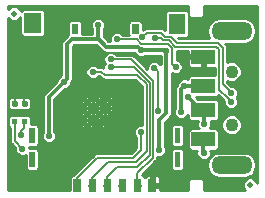
<source format=gbl>
G04 #@! TF.GenerationSoftware,KiCad,Pcbnew,(5.0.1)-4*
G04 #@! TF.CreationDate,2019-01-16T13:56:46+01:00*
G04 #@! TF.ProjectId,cryptostick,63727970746F737469636B2E6B696361,R1*
G04 #@! TF.SameCoordinates,PX791ddc0PY5e69114*
G04 #@! TF.FileFunction,Copper,L2,Bot,Signal*
G04 #@! TF.FilePolarity,Positive*
%FSLAX46Y46*%
G04 Gerber Fmt 4.6, Leading zero omitted, Abs format (unit mm)*
G04 Created by KiCad (PCBNEW (5.0.1)-4) date 16.01.2019 13:56:46*
%MOMM*%
%LPD*%
G01*
G04 APERTURE LIST*
G04 #@! TA.AperFunction,BGAPad,CuDef*
%ADD10C,0.500000*%
G04 #@! TD*
G04 #@! TA.AperFunction,ComponentPad*
%ADD11O,3.500120X1.501140*%
G04 #@! TD*
G04 #@! TA.AperFunction,SMDPad,CuDef*
%ADD12R,1.998980X1.198880*%
G04 #@! TD*
G04 #@! TA.AperFunction,ComponentPad*
%ADD13C,1.099820*%
G04 #@! TD*
G04 #@! TA.AperFunction,SMDPad,CuDef*
%ADD14C,0.650240*%
G04 #@! TD*
G04 #@! TA.AperFunction,Conductor*
%ADD15C,0.150000*%
G04 #@! TD*
G04 #@! TA.AperFunction,SMDPad,CuDef*
%ADD16C,0.449580*%
G04 #@! TD*
G04 #@! TA.AperFunction,SMDPad,CuDef*
%ADD17C,1.399540*%
G04 #@! TD*
G04 #@! TA.AperFunction,SMDPad,CuDef*
%ADD18C,0.541020*%
G04 #@! TD*
G04 #@! TA.AperFunction,ComponentPad*
%ADD19C,0.304800*%
G04 #@! TD*
G04 #@! TA.AperFunction,ViaPad*
%ADD20C,0.540000*%
G04 #@! TD*
G04 #@! TA.AperFunction,Conductor*
%ADD21C,0.300000*%
G04 #@! TD*
G04 #@! TA.AperFunction,Conductor*
%ADD22C,0.152400*%
G04 #@! TD*
G04 #@! TA.AperFunction,Conductor*
%ADD23C,0.127000*%
G04 #@! TD*
G04 #@! TA.AperFunction,Conductor*
%ADD24C,0.180000*%
G04 #@! TD*
G04 #@! TA.AperFunction,Conductor*
%ADD25C,0.200660*%
G04 #@! TD*
G04 #@! TA.AperFunction,Conductor*
%ADD26C,0.254000*%
G04 #@! TD*
G04 APERTURE END LIST*
D10*
G04 #@! TO.P,REF\002A\002A,~*
G04 #@! TO.N,N/C*
X-11440000Y7146500D03*
G04 #@! TD*
G04 #@! TO.P,REF\002A\002A,~*
G04 #@! TO.N,N/C*
X8560000Y-7353500D03*
G04 #@! TD*
D11*
G04 #@! TO.P,J2,5*
G04 #@! TO.N,N/C*
X6999600Y5683770D03*
G04 #@! TO.P,J2,6*
X6999600Y-5715750D03*
D12*
G04 #@! TO.P,J2,2*
G04 #@! TO.N,/D-_PLUG*
X4599020Y-1016750D03*
G04 #@! TO.P,J2,3*
G04 #@! TO.N,/D+_PLUG*
X4599020Y1000010D03*
G04 #@! TO.P,J2,1*
G04 #@! TO.N,/VBUS*
X4599020Y-3516110D03*
G04 #@! TO.P,J2,4*
G04 #@! TO.N,GND*
X4599020Y3484130D03*
D13*
G04 #@! TO.P,J2,7*
G04 #@! TO.N,N/C*
X6999600Y-2266430D03*
G04 #@! TO.P,J2,8*
X6999600Y2234450D03*
G04 #@! TD*
D14*
G04 #@! TO.P,J1,1*
G04 #@! TO.N,/SCVCC*
X-966320Y-7419500D03*
D15*
G04 #@! TD*
G04 #@! TO.N,/SCVCC*
G04 #@! TO.C,J1*
G36*
X-641200Y-7994810D02*
X-1291440Y-7994810D01*
X-1291440Y-6844190D01*
X-641200Y-6844190D01*
X-641200Y-7994810D01*
X-641200Y-7994810D01*
G37*
D14*
G04 #@! TO.P,J1,5*
G04 #@! TO.N,GND*
X283360Y-7419500D03*
D15*
G04 #@! TD*
G04 #@! TO.N,GND*
G04 #@! TO.C,J1*
G36*
X608480Y-7994810D02*
X-41760Y-7994810D01*
X-41760Y-6844190D01*
X608480Y-6844190D01*
X608480Y-7994810D01*
X608480Y-7994810D01*
G37*
D14*
G04 #@! TO.P,J1,6*
G04 #@! TO.N,N/C*
X-2241400Y-7419500D03*
D15*
G04 #@! TD*
G04 #@! TO.N,N/C*
G04 #@! TO.C,J1*
G36*
X-1916280Y-7994810D02*
X-2566520Y-7994810D01*
X-2566520Y-6844190D01*
X-1916280Y-6844190D01*
X-1916280Y-7994810D01*
X-1916280Y-7994810D01*
G37*
D14*
G04 #@! TO.P,J1,2*
G04 #@! TO.N,/SCRST*
X-3516480Y-7419500D03*
D15*
G04 #@! TD*
G04 #@! TO.N,/SCRST*
G04 #@! TO.C,J1*
G36*
X-3191360Y-7994810D02*
X-3841600Y-7994810D01*
X-3841600Y-6844190D01*
X-3191360Y-6844190D01*
X-3191360Y-7994810D01*
X-3191360Y-7994810D01*
G37*
D14*
G04 #@! TO.P,J1,7*
G04 #@! TO.N,/SCSDA*
X-4791560Y-7419500D03*
D15*
G04 #@! TD*
G04 #@! TO.N,/SCSDA*
G04 #@! TO.C,J1*
G36*
X-4466440Y-7994810D02*
X-5116680Y-7994810D01*
X-5116680Y-6844190D01*
X-4466440Y-6844190D01*
X-4466440Y-7994810D01*
X-4466440Y-7994810D01*
G37*
D14*
G04 #@! TO.P,J1,3*
G04 #@! TO.N,/SCCLK*
X-6066640Y-7419500D03*
D15*
G04 #@! TD*
G04 #@! TO.N,/SCCLK*
G04 #@! TO.C,J1*
G36*
X-5741520Y-7994810D02*
X-6391760Y-7994810D01*
X-6391760Y-6844190D01*
X-5741520Y-6844190D01*
X-5741520Y-7994810D01*
X-5741520Y-7994810D01*
G37*
D16*
G04 #@! TO.P,J1,GND*
G04 #@! TO.N,N/C*
X2406800Y-5194460D03*
D15*
G04 #@! TD*
G04 #@! TO.N,N/C*
G04 #@! TO.C,J1*
G36*
X2631590Y-5844700D02*
X2182010Y-5844700D01*
X2182010Y-4544220D01*
X2631590Y-4544220D01*
X2631590Y-5844700D01*
X2631590Y-5844700D01*
G37*
D16*
G04 #@! TO.P,J1,GND*
G04 #@! TO.N,N/C*
X2406800Y-3192940D03*
D15*
G04 #@! TD*
G04 #@! TO.N,N/C*
G04 #@! TO.C,J1*
G36*
X2631590Y-3843180D02*
X2182010Y-3843180D01*
X2182010Y-2542700D01*
X2631590Y-2542700D01*
X2631590Y-3843180D01*
X2631590Y-3843180D01*
G37*
D16*
G04 #@! TO.P,J1,GND*
G04 #@! TO.N,N/C*
X-9891880Y-3192940D03*
D15*
G04 #@! TD*
G04 #@! TO.N,N/C*
G04 #@! TO.C,J1*
G36*
X-9667090Y-3843180D02*
X-10116670Y-3843180D01*
X-10116670Y-2542700D01*
X-9667090Y-2542700D01*
X-9667090Y-3843180D01*
X-9667090Y-3843180D01*
G37*
D16*
G04 #@! TO.P,J1,GND*
G04 #@! TO.N,N/C*
X-9891880Y-5194460D03*
D15*
G04 #@! TD*
G04 #@! TO.N,N/C*
G04 #@! TO.C,J1*
G36*
X-9667090Y-5844700D02*
X-10116670Y-5844700D01*
X-10116670Y-4544220D01*
X-9667090Y-4544220D01*
X-9667090Y-5844700D01*
X-9667090Y-5844700D01*
G37*
D17*
G04 #@! TO.P,J1,14*
G04 #@! TO.N,N/C*
X2358540Y6255860D03*
D15*
G04 #@! TD*
G04 #@! TO.N,N/C*
G04 #@! TO.C,J1*
G36*
X3058310Y5406230D02*
X1658770Y5406230D01*
X1658770Y7105490D01*
X3058310Y7105490D01*
X3058310Y5406230D01*
X3058310Y5406230D01*
G37*
D17*
G04 #@! TO.P,J1,15*
G04 #@! TO.N,N/C*
X-9841080Y6357460D03*
D15*
G04 #@! TD*
G04 #@! TO.N,N/C*
G04 #@! TO.C,J1*
G36*
X-9141310Y5507830D02*
X-10540850Y5507830D01*
X-10540850Y7207090D01*
X-9141310Y7207090D01*
X-9141310Y5507830D01*
X-9141310Y5507830D01*
G37*
D18*
G04 #@! TO.P,J1,10*
G04 #@! TO.N,N/C*
X-1141580Y5857080D03*
D15*
G04 #@! TD*
G04 #@! TO.N,N/C*
G04 #@! TO.C,J1*
G36*
X-871070Y5457030D02*
X-1412090Y5457030D01*
X-1412090Y6257130D01*
X-871070Y6257130D01*
X-871070Y5457030D01*
X-871070Y5457030D01*
G37*
D18*
G04 #@! TO.P,J1,11*
G04 #@! TO.N,N/C*
X-6241900Y5857080D03*
D15*
G04 #@! TD*
G04 #@! TO.N,N/C*
G04 #@! TO.C,J1*
G36*
X-5971390Y5457030D02*
X-6512410Y5457030D01*
X-6512410Y6257130D01*
X-5971390Y6257130D01*
X-5971390Y5457030D01*
X-5971390Y5457030D01*
G37*
D19*
G04 #@! TO.P,U1,37*
G04 #@! TO.N,GND*
X-4249420Y-1348740D03*
X-3248660Y-1348740D03*
X-5250180Y-1348740D03*
X-5250180Y-347980D03*
X-4249420Y-347980D03*
X-3248660Y-347980D03*
X-3248660Y-2349500D03*
X-4249420Y-2349500D03*
X-5250180Y-2349500D03*
G04 #@! TD*
D16*
G04 #@! TO.P,D1,1*
G04 #@! TO.N,N-000006*
X-11366400Y-1995500D03*
D15*
G04 #@! TD*
G04 #@! TO.N,N-000006*
G04 #@! TO.C,D1*
G36*
X-11591190Y-1745310D02*
X-11141610Y-1745310D01*
X-11141610Y-2245690D01*
X-11591190Y-2245690D01*
X-11591190Y-1745310D01*
X-11591190Y-1745310D01*
G37*
D16*
G04 #@! TO.P,D1,2*
G04 #@! TO.N,GND*
X-11366400Y-471500D03*
D15*
G04 #@! TD*
G04 #@! TO.N,GND*
G04 #@! TO.C,D1*
G36*
X-11591190Y-221310D02*
X-11141610Y-221310D01*
X-11141610Y-721690D01*
X-11591190Y-721690D01*
X-11591190Y-221310D01*
X-11591190Y-221310D01*
G37*
D16*
G04 #@! TO.P,D1,4*
G04 #@! TO.N,N-0000034*
X-10553600Y-1995500D03*
D15*
G04 #@! TD*
G04 #@! TO.N,N-0000034*
G04 #@! TO.C,D1*
G36*
X-10778390Y-1745310D02*
X-10328810Y-1745310D01*
X-10328810Y-2245690D01*
X-10778390Y-2245690D01*
X-10778390Y-1745310D01*
X-10778390Y-1745310D01*
G37*
D16*
G04 #@! TO.P,D1,3*
G04 #@! TO.N,GND*
X-10553600Y-471500D03*
D15*
G04 #@! TD*
G04 #@! TO.N,GND*
G04 #@! TO.C,D1*
G36*
X-10778390Y-221310D02*
X-10328810Y-221310D01*
X-10328810Y-721690D01*
X-10778390Y-721690D01*
X-10778390Y-221310D01*
X-10778390Y-221310D01*
G37*
D20*
G04 #@! TO.N,+3.3V*
X-4318000Y6184900D03*
X-8483600Y-3213096D03*
X1474919Y4002223D03*
X863600Y-4381500D03*
X-7213600Y1358900D03*
X-660400Y4051300D03*
X-660400Y4051300D03*
X-7213600Y1358900D03*
G04 #@! TO.N,/D+*
X768382Y-1066812D03*
X469898Y2552700D03*
G04 #@! TO.N,/D+_PLUG*
X2743200Y-1181100D03*
X2997200Y1054100D03*
G04 #@! TO.N,/D-_PLUG*
X4673600Y-2197100D03*
X3274211Y88900D03*
G04 #@! TO.N,/SCCLK*
X-666760Y-2921000D03*
G04 #@! TO.N,/SCRST*
X-3251200Y2600937D03*
X-3251200Y2600935D03*
G04 #@! TO.N,/SCSDA*
X-4775200Y2222500D03*
X-4775200Y2222500D03*
G04 #@! TO.N,/SCVCC*
X-3251200Y3274050D03*
X-3251200Y3274048D03*
G04 #@! TO.N,/SWCLK*
X6959600Y444500D03*
X-561954Y5166970D03*
G04 #@! TO.N,/SWDIO*
X6959600Y-317500D03*
X508000Y5067300D03*
G04 #@! TO.N,/USB_EN*
X-2692400Y4965700D03*
X2249092Y2623730D03*
G04 #@! TO.N,/VBUS*
X4622800Y-4686300D03*
G04 #@! TO.N,GND*
X-7830000Y-4453500D03*
X7213600Y-7429500D03*
X304798Y-6362700D03*
X660400Y3289300D03*
X-4927600Y4254500D03*
X-7823222Y2070100D03*
X-7823209Y2067439D03*
X2783920Y3517899D03*
X-600720Y3136900D03*
X-9652000Y2019300D03*
X-1200000Y7346500D03*
X-1200000Y7346500D03*
X-9652000Y2019300D03*
G04 #@! TO.N,N-0000034*
X-10800000Y-3178500D03*
X-10800000Y-3178500D03*
G04 #@! TO.N,N-000006*
X-10718800Y-4279900D03*
G04 #@! TD*
D21*
G04 #@! TO.N,+3.3V*
X-4318000Y5798749D02*
X-4318000Y6184900D01*
X-4318000Y5007611D02*
X-4318000Y5798749D01*
D22*
X-4267200Y4956811D02*
X-4318000Y5007611D01*
D21*
X863600Y-1892300D02*
X863600Y-4381500D01*
X1474919Y4002223D02*
X1474919Y-1250426D01*
X-4267200Y4956811D02*
X-6549389Y4956811D01*
X-6549389Y4956811D02*
X-6940551Y4565649D01*
X-6940551Y4565649D02*
X-6940551Y1631949D01*
X-6940551Y1631949D02*
X-7213600Y1358900D01*
X-8483600Y-2826945D02*
X-8483600Y-3213096D01*
X-8483600Y88900D02*
X-8483600Y-2826945D01*
X-7213600Y1358900D02*
X-8483600Y88900D01*
X1536700Y4033449D02*
X1505474Y4002223D01*
X1505474Y4002223D02*
X1474919Y4002223D01*
X1549400Y4020749D02*
X1536700Y4033449D01*
X1549400Y4020749D02*
X-629849Y4020749D01*
X-629849Y4020749D02*
X-660400Y4051300D01*
D22*
X-7213600Y1358900D02*
X-8280400Y292100D01*
X-3200000Y4305300D02*
X-3180951Y4324349D01*
D21*
X-4000000Y4689611D02*
X-4267200Y4956811D01*
D22*
X-2600000Y4324349D02*
X-3634738Y4324349D01*
X-3634738Y4324349D02*
X-2400000Y4324349D01*
D21*
X-3634738Y4324349D02*
X-4267200Y4956811D01*
X-3400000Y4324349D02*
X-3596640Y4324349D01*
X-967849Y4324349D02*
X-3400000Y4324349D01*
X-660400Y4051300D02*
X-694800Y4051300D01*
X-694800Y4051300D02*
X-967849Y4324349D01*
X1474919Y-1280981D02*
X863600Y-1892300D01*
X1474919Y-1250426D02*
X1474919Y-1280981D01*
D23*
G04 #@! TO.N,/D+*
X469898Y2552700D02*
X768382Y2254216D01*
X768382Y2254216D02*
X768382Y-680661D01*
X768382Y-680661D02*
X768382Y-1066812D01*
D21*
G04 #@! TO.N,/D+_PLUG*
X2724151Y-1162051D02*
X2743200Y-1181100D01*
X2724151Y781051D02*
X2724151Y-1162051D01*
X2997200Y1054100D02*
X2724151Y781051D01*
D23*
X3051290Y1000010D02*
X2997200Y1054100D01*
D21*
X4547730Y1046500D02*
X3000000Y1046500D01*
D23*
G04 #@! TO.N,/D-_PLUG*
X4599020Y-2122520D02*
X4673600Y-2197100D01*
D21*
X4673600Y-1091330D02*
X4673600Y-2197100D01*
D23*
X4379861Y-1016750D02*
X4599020Y-1016750D01*
D21*
X3274211Y88900D02*
X4379861Y-1016750D01*
D23*
G04 #@! TO.N,/SCCLK*
X-6073140Y-7429500D02*
X-6073140Y-6754190D01*
X-666760Y-4400560D02*
X-666760Y-2921000D01*
X-6073140Y-6754190D02*
X-4386250Y-5067300D01*
X-4386250Y-5067300D02*
X-1333500Y-5067300D01*
X-1333500Y-5067300D02*
X-666760Y-4400560D01*
G04 #@! TO.N,/SCRST*
X-1600000Y-5854711D02*
X-2251211Y-5854711D01*
X-1003311Y-5854711D02*
X-1600000Y-5854711D01*
X50811Y-4800589D02*
X-1003311Y-5854711D01*
X50811Y1308089D02*
X50811Y-4800589D01*
X-1242035Y2600935D02*
X50811Y1308089D01*
X-3251200Y2600935D02*
X-1242035Y2600935D01*
X-3516480Y-7419500D02*
X-3516480Y-6679980D01*
X-2691211Y-5854711D02*
X-1720000Y-5854711D01*
X-3516480Y-6679980D02*
X-2691211Y-5854711D01*
X-1948191Y-5854711D02*
X-1720000Y-5854711D01*
X-1720000Y-5854711D02*
X-1600000Y-5854711D01*
G04 #@! TO.N,/SCSDA*
X-2778760Y-5410200D02*
X-2600000Y-5410200D01*
X-2600000Y-5410200D02*
X-3006700Y-5410200D01*
X-4775200Y2222500D02*
X-4026000Y2222500D01*
X-4026000Y2222500D02*
X-3752951Y1949451D01*
X-3752951Y1949451D02*
X-996951Y1949451D01*
X-996951Y1949451D02*
X-203200Y1155700D01*
X-203200Y1155700D02*
X-203200Y-4483100D01*
X-203200Y-4483100D02*
X-1130300Y-5410200D01*
X-3457570Y-5410200D02*
X-2540000Y-5410200D01*
X-4791560Y-6744190D02*
X-3457570Y-5410200D01*
X-4791560Y-7419500D02*
X-4791560Y-6744190D01*
X-1130300Y-5410200D02*
X-2540000Y-5410200D01*
X-2540000Y-5410200D02*
X-2600000Y-5410200D01*
G04 #@! TO.N,/SCVCC*
X-972820Y-6326770D02*
X-972820Y-7429500D01*
X304822Y-5049128D02*
X-972820Y-6326770D01*
X304822Y1460478D02*
X304822Y-5049128D01*
X-1508750Y3274050D02*
X304822Y1460478D01*
X-3251200Y3274050D02*
X-1508750Y3274050D01*
G04 #@! TO.N,/SWCLK*
X-560024Y5168900D02*
X-561954Y5166970D01*
X-508000Y5168900D02*
X-560024Y5168900D01*
X6686551Y717549D02*
X6959600Y444500D01*
X6259189Y1144911D02*
X6686551Y717549D01*
X6259189Y4267311D02*
X6259189Y1144911D01*
X5865600Y4660900D02*
X6259189Y4267311D01*
X-561954Y5166970D02*
X-198073Y5530851D01*
X995649Y5530851D02*
X1357590Y5168910D01*
X-198073Y5530851D02*
X995649Y5530851D01*
X1357590Y5168910D02*
X1837590Y5168910D01*
X1837590Y5168910D02*
X2345600Y4660900D01*
X2345600Y4660900D02*
X5865600Y4660900D01*
G04 #@! TO.N,/SWDIO*
X6686551Y-44451D02*
X6959600Y-317500D01*
X5943600Y698500D02*
X6686551Y-44451D01*
X1018549Y5067300D02*
X1219349Y4866500D01*
X5943600Y4122900D02*
X5943600Y698500D01*
X508000Y5067300D02*
X1018549Y5067300D01*
X1219349Y4866500D02*
X1724800Y4866500D01*
X1724800Y4866500D02*
X2235200Y4356100D01*
X2235200Y4356100D02*
X5710400Y4356100D01*
X5710400Y4356100D02*
X5943600Y4122900D01*
D15*
G04 #@! TO.N,/USB_EN*
X-2306249Y4965700D02*
X-2692400Y4965700D01*
X1976043Y2896779D02*
X1976043Y4208857D01*
X2249092Y2623730D02*
X1976043Y2896779D01*
X1976043Y4208857D02*
X1628400Y4556500D01*
X1628400Y4556500D02*
X-640000Y4556500D01*
X-640000Y4556500D02*
X-1049200Y4965700D01*
X-1049200Y4965700D02*
X-2306249Y4965700D01*
D21*
G04 #@! TO.N,/VBUS*
X4599020Y-4662520D02*
X4622800Y-4686300D01*
X4599020Y-3516110D02*
X4599020Y-4662520D01*
X4599020Y-3516110D02*
X4198970Y-3516110D01*
D24*
G04 #@! TO.N,GND*
X3350000Y6935967D02*
X3350000Y7246500D01*
D25*
X-11370000Y-283690D02*
X-11370000Y66500D01*
X-1301467Y3837647D02*
X-3053828Y3837647D01*
X-3064281Y3848100D02*
X-4521200Y3848100D01*
X-4521200Y3848100D02*
X-4724400Y4051300D01*
X-3053828Y3837647D02*
X-3064281Y3848100D01*
X-600720Y3136900D02*
X-1301467Y3837647D01*
X5537200Y-7429500D02*
X7213600Y-7429500D01*
X4775200Y-6667500D02*
X5537200Y-7429500D01*
X2590800Y-6667500D02*
X4775200Y-6667500D01*
X1828800Y-7429500D02*
X2590800Y-6667500D01*
X276860Y-7429500D02*
X1828800Y-7429500D01*
X276860Y-7429500D02*
X276860Y-6390638D01*
X276860Y-6390638D02*
X304798Y-6362700D01*
X-4654551Y3981451D02*
X-4927600Y4254500D01*
X-4631542Y3981451D02*
X-4654551Y3981451D01*
X-9652000Y2019300D02*
X-7874022Y2019300D01*
X-7772400Y2070100D02*
X-7823222Y2070100D01*
X-7874022Y2019300D02*
X-7823222Y2070100D01*
X4620261Y3517899D02*
X3170071Y3517899D01*
X3170071Y3517899D02*
X2783920Y3517899D01*
X4635500Y3502660D02*
X4620261Y3517899D01*
X387351Y3197780D02*
X660400Y3470829D01*
X326471Y3136900D02*
X387351Y3197780D01*
X254000Y3136900D02*
X326471Y3136900D01*
X-214569Y3136900D02*
X-600720Y3136900D01*
X254000Y3136900D02*
X-214569Y3136900D01*
X-9906000Y-63500D02*
X-9652000Y190500D01*
X-9652000Y190500D02*
X-9652000Y2019300D01*
X-10553600Y-471500D02*
X-10518000Y-471500D01*
X-1200000Y7346500D02*
X-1200000Y7296500D01*
X-1200000Y7346500D02*
X-1200000Y7296500D01*
X-10553600Y-471500D02*
X-10518000Y-471500D01*
X-9652000Y190500D02*
X-9652000Y2019300D01*
X-9906000Y-63500D02*
X-9652000Y190500D01*
X-7772400Y2070100D02*
X-7823200Y2019300D01*
X-7823200Y2019300D02*
X-9652000Y2019300D01*
X-10550000Y-293690D02*
X-10550000Y56500D01*
D23*
G04 #@! TO.N,N-0000034*
X-10553600Y-2545949D02*
X-10553600Y-2403500D01*
X-10800000Y-2792349D02*
X-10553600Y-2545949D01*
X-10800000Y-3178500D02*
X-10800000Y-2792349D01*
X-10553600Y-2403500D02*
X-10553600Y-1995500D01*
G04 #@! TO.N,N-000006*
X-10718800Y-4279900D02*
X-11366400Y-3632300D01*
X-11366400Y-3632300D02*
X-11366400Y-1995500D01*
G04 #@! TD*
D26*
G04 #@! TO.N,GND*
G36*
X3323470Y7298422D02*
X3294540Y7341720D01*
X3186156Y7414139D01*
X3058310Y7439569D01*
X1658770Y7439569D01*
X1530924Y7414139D01*
X1422540Y7341720D01*
X1350121Y7233336D01*
X1324691Y7105490D01*
X1324691Y5754992D01*
X1299481Y5780202D01*
X1277659Y5812861D01*
X1148272Y5899315D01*
X1034173Y5922011D01*
X1034169Y5922011D01*
X995649Y5929673D01*
X957129Y5922011D01*
X-159555Y5922011D01*
X-198074Y5929673D01*
X-236593Y5922011D01*
X-236597Y5922011D01*
X-350696Y5899315D01*
X-413979Y5857030D01*
X-447425Y5834683D01*
X-447427Y5834681D01*
X-480083Y5812861D01*
X-501904Y5780204D01*
X-517478Y5764630D01*
X-536991Y5764630D01*
X-536991Y6257130D01*
X-562421Y6384976D01*
X-634840Y6493360D01*
X-743224Y6565779D01*
X-871070Y6591209D01*
X-1412090Y6591209D01*
X-1539936Y6565779D01*
X-1648320Y6493360D01*
X-1720739Y6384976D01*
X-1746169Y6257130D01*
X-1746169Y5457030D01*
X-1728532Y5368360D01*
X-2249841Y5368360D01*
X-2353853Y5472372D01*
X-2573518Y5563360D01*
X-2811282Y5563360D01*
X-3030947Y5472372D01*
X-3199072Y5304247D01*
X-3290060Y5084582D01*
X-3290060Y4846818D01*
X-3271500Y4802009D01*
X-3436885Y4802009D01*
X-3840340Y5205463D01*
X-3840340Y5817341D01*
X-3811328Y5846353D01*
X-3720340Y6066018D01*
X-3720340Y6303782D01*
X-3811328Y6523447D01*
X-3979453Y6691572D01*
X-4199118Y6782560D01*
X-4436882Y6782560D01*
X-4656547Y6691572D01*
X-4824672Y6523447D01*
X-4915660Y6303782D01*
X-4915660Y6066018D01*
X-4824672Y5846353D01*
X-4795660Y5817341D01*
X-4795660Y5751709D01*
X-4795659Y5751705D01*
X-4795659Y5434471D01*
X-5641798Y5434471D01*
X-5637311Y5457030D01*
X-5637311Y6257130D01*
X-5662741Y6384976D01*
X-5735160Y6493360D01*
X-5843544Y6565779D01*
X-5971390Y6591209D01*
X-6512410Y6591209D01*
X-6640256Y6565779D01*
X-6748640Y6493360D01*
X-6821059Y6384976D01*
X-6846489Y6257130D01*
X-6846489Y5457030D01*
X-6824672Y5347348D01*
X-6893762Y5301184D01*
X-6920409Y5261304D01*
X-7245042Y4936670D01*
X-7284924Y4910022D01*
X-7390496Y4752021D01*
X-7418211Y4612689D01*
X-7418211Y4612685D01*
X-7427567Y4565649D01*
X-7418211Y4518613D01*
X-7418210Y1921050D01*
X-7552147Y1865572D01*
X-7720272Y1697447D01*
X-7811260Y1477782D01*
X-7811260Y1436753D01*
X-8788090Y459922D01*
X-8827973Y433273D01*
X-8933545Y275272D01*
X-8961260Y135940D01*
X-8961260Y135936D01*
X-8970616Y88900D01*
X-8961260Y41864D01*
X-8961259Y-2779900D01*
X-8961260Y-2779905D01*
X-8961260Y-2845537D01*
X-8990272Y-2874549D01*
X-9081260Y-3094214D01*
X-9081260Y-3331978D01*
X-8990272Y-3551643D01*
X-8822147Y-3719768D01*
X-8602482Y-3810756D01*
X-8364718Y-3810756D01*
X-8145053Y-3719768D01*
X-7976928Y-3551643D01*
X-7885940Y-3331978D01*
X-7885940Y-3094214D01*
X-7976928Y-2874549D01*
X-8005940Y-2845537D01*
X-8005940Y-2686115D01*
X-5479032Y-2686115D01*
X-5472325Y-2784895D01*
X-5288796Y-2836764D01*
X-5099389Y-2814450D01*
X-5028035Y-2784895D01*
X-5021328Y-2686115D01*
X-4478272Y-2686115D01*
X-4471565Y-2784895D01*
X-4288036Y-2836764D01*
X-4098629Y-2814450D01*
X-4027275Y-2784895D01*
X-4020568Y-2686115D01*
X-3477512Y-2686115D01*
X-3470805Y-2784895D01*
X-3287276Y-2836764D01*
X-3097869Y-2814450D01*
X-3026515Y-2784895D01*
X-3019808Y-2686115D01*
X-3248660Y-2457263D01*
X-3477512Y-2686115D01*
X-4020568Y-2686115D01*
X-4249420Y-2457263D01*
X-4478272Y-2686115D01*
X-5021328Y-2686115D01*
X-5250180Y-2457263D01*
X-5479032Y-2686115D01*
X-8005940Y-2686115D01*
X-8005940Y-2310884D01*
X-5737444Y-2310884D01*
X-5715130Y-2500291D01*
X-5685575Y-2571645D01*
X-5586795Y-2578352D01*
X-5357943Y-2349500D01*
X-5142417Y-2349500D01*
X-4913565Y-2578352D01*
X-4814785Y-2571645D01*
X-4762916Y-2388116D01*
X-4772014Y-2310884D01*
X-4736684Y-2310884D01*
X-4714370Y-2500291D01*
X-4684815Y-2571645D01*
X-4586035Y-2578352D01*
X-4357183Y-2349500D01*
X-4141657Y-2349500D01*
X-3912805Y-2578352D01*
X-3814025Y-2571645D01*
X-3762156Y-2388116D01*
X-3771254Y-2310884D01*
X-3735924Y-2310884D01*
X-3713610Y-2500291D01*
X-3684055Y-2571645D01*
X-3585275Y-2578352D01*
X-3356423Y-2349500D01*
X-3140897Y-2349500D01*
X-2912045Y-2578352D01*
X-2813265Y-2571645D01*
X-2761396Y-2388116D01*
X-2783710Y-2198709D01*
X-2813265Y-2127355D01*
X-2912045Y-2120648D01*
X-3140897Y-2349500D01*
X-3356423Y-2349500D01*
X-3585275Y-2120648D01*
X-3684055Y-2127355D01*
X-3735924Y-2310884D01*
X-3771254Y-2310884D01*
X-3784470Y-2198709D01*
X-3814025Y-2127355D01*
X-3912805Y-2120648D01*
X-4141657Y-2349500D01*
X-4357183Y-2349500D01*
X-4586035Y-2120648D01*
X-4684815Y-2127355D01*
X-4736684Y-2310884D01*
X-4772014Y-2310884D01*
X-4785230Y-2198709D01*
X-4814785Y-2127355D01*
X-4913565Y-2120648D01*
X-5142417Y-2349500D01*
X-5357943Y-2349500D01*
X-5586795Y-2120648D01*
X-5685575Y-2127355D01*
X-5737444Y-2310884D01*
X-8005940Y-2310884D01*
X-8005940Y-2012885D01*
X-5479032Y-2012885D01*
X-5250180Y-2241737D01*
X-5021328Y-2012885D01*
X-4478272Y-2012885D01*
X-4249420Y-2241737D01*
X-4020568Y-2012885D01*
X-3477512Y-2012885D01*
X-3248660Y-2241737D01*
X-3019808Y-2012885D01*
X-3026515Y-1914105D01*
X-3210044Y-1862236D01*
X-3399451Y-1884550D01*
X-3470805Y-1914105D01*
X-3477512Y-2012885D01*
X-4020568Y-2012885D01*
X-4027275Y-1914105D01*
X-4210804Y-1862236D01*
X-4400211Y-1884550D01*
X-4471565Y-1914105D01*
X-4478272Y-2012885D01*
X-5021328Y-2012885D01*
X-5028035Y-1914105D01*
X-5211564Y-1862236D01*
X-5400971Y-1884550D01*
X-5472325Y-1914105D01*
X-5479032Y-2012885D01*
X-8005940Y-2012885D01*
X-8005940Y-1685355D01*
X-5479032Y-1685355D01*
X-5472325Y-1784135D01*
X-5288796Y-1836004D01*
X-5099389Y-1813690D01*
X-5028035Y-1784135D01*
X-5021328Y-1685355D01*
X-4478272Y-1685355D01*
X-4471565Y-1784135D01*
X-4288036Y-1836004D01*
X-4098629Y-1813690D01*
X-4027275Y-1784135D01*
X-4020568Y-1685355D01*
X-3477512Y-1685355D01*
X-3470805Y-1784135D01*
X-3287276Y-1836004D01*
X-3097869Y-1813690D01*
X-3026515Y-1784135D01*
X-3019808Y-1685355D01*
X-3248660Y-1456503D01*
X-3477512Y-1685355D01*
X-4020568Y-1685355D01*
X-4249420Y-1456503D01*
X-4478272Y-1685355D01*
X-5021328Y-1685355D01*
X-5250180Y-1456503D01*
X-5479032Y-1685355D01*
X-8005940Y-1685355D01*
X-8005940Y-1310124D01*
X-5737444Y-1310124D01*
X-5715130Y-1499531D01*
X-5685575Y-1570885D01*
X-5586795Y-1577592D01*
X-5357943Y-1348740D01*
X-5142417Y-1348740D01*
X-4913565Y-1577592D01*
X-4814785Y-1570885D01*
X-4762916Y-1387356D01*
X-4772014Y-1310124D01*
X-4736684Y-1310124D01*
X-4714370Y-1499531D01*
X-4684815Y-1570885D01*
X-4586035Y-1577592D01*
X-4357183Y-1348740D01*
X-4141657Y-1348740D01*
X-3912805Y-1577592D01*
X-3814025Y-1570885D01*
X-3762156Y-1387356D01*
X-3771254Y-1310124D01*
X-3735924Y-1310124D01*
X-3713610Y-1499531D01*
X-3684055Y-1570885D01*
X-3585275Y-1577592D01*
X-3356423Y-1348740D01*
X-3140897Y-1348740D01*
X-2912045Y-1577592D01*
X-2813265Y-1570885D01*
X-2761396Y-1387356D01*
X-2783710Y-1197949D01*
X-2813265Y-1126595D01*
X-2912045Y-1119888D01*
X-3140897Y-1348740D01*
X-3356423Y-1348740D01*
X-3585275Y-1119888D01*
X-3684055Y-1126595D01*
X-3735924Y-1310124D01*
X-3771254Y-1310124D01*
X-3784470Y-1197949D01*
X-3814025Y-1126595D01*
X-3912805Y-1119888D01*
X-4141657Y-1348740D01*
X-4357183Y-1348740D01*
X-4586035Y-1119888D01*
X-4684815Y-1126595D01*
X-4736684Y-1310124D01*
X-4772014Y-1310124D01*
X-4785230Y-1197949D01*
X-4814785Y-1126595D01*
X-4913565Y-1119888D01*
X-5142417Y-1348740D01*
X-5357943Y-1348740D01*
X-5586795Y-1119888D01*
X-5685575Y-1126595D01*
X-5737444Y-1310124D01*
X-8005940Y-1310124D01*
X-8005940Y-1012125D01*
X-5479032Y-1012125D01*
X-5250180Y-1240977D01*
X-5021328Y-1012125D01*
X-4478272Y-1012125D01*
X-4249420Y-1240977D01*
X-4020568Y-1012125D01*
X-3477512Y-1012125D01*
X-3248660Y-1240977D01*
X-3019808Y-1012125D01*
X-3026515Y-913345D01*
X-3210044Y-861476D01*
X-3399451Y-883790D01*
X-3470805Y-913345D01*
X-3477512Y-1012125D01*
X-4020568Y-1012125D01*
X-4027275Y-913345D01*
X-4210804Y-861476D01*
X-4400211Y-883790D01*
X-4471565Y-913345D01*
X-4478272Y-1012125D01*
X-5021328Y-1012125D01*
X-5028035Y-913345D01*
X-5211564Y-861476D01*
X-5400971Y-883790D01*
X-5472325Y-913345D01*
X-5479032Y-1012125D01*
X-8005940Y-1012125D01*
X-8005940Y-684595D01*
X-5479032Y-684595D01*
X-5472325Y-783375D01*
X-5288796Y-835244D01*
X-5099389Y-812930D01*
X-5028035Y-783375D01*
X-5021328Y-684595D01*
X-4478272Y-684595D01*
X-4471565Y-783375D01*
X-4288036Y-835244D01*
X-4098629Y-812930D01*
X-4027275Y-783375D01*
X-4020568Y-684595D01*
X-3477512Y-684595D01*
X-3470805Y-783375D01*
X-3287276Y-835244D01*
X-3097869Y-812930D01*
X-3026515Y-783375D01*
X-3019808Y-684595D01*
X-3248660Y-455743D01*
X-3477512Y-684595D01*
X-4020568Y-684595D01*
X-4249420Y-455743D01*
X-4478272Y-684595D01*
X-5021328Y-684595D01*
X-5250180Y-455743D01*
X-5479032Y-684595D01*
X-8005940Y-684595D01*
X-8005940Y-309364D01*
X-5737444Y-309364D01*
X-5715130Y-498771D01*
X-5685575Y-570125D01*
X-5586795Y-576832D01*
X-5357943Y-347980D01*
X-5142417Y-347980D01*
X-4913565Y-576832D01*
X-4814785Y-570125D01*
X-4762916Y-386596D01*
X-4772014Y-309364D01*
X-4736684Y-309364D01*
X-4714370Y-498771D01*
X-4684815Y-570125D01*
X-4586035Y-576832D01*
X-4357183Y-347980D01*
X-4141657Y-347980D01*
X-3912805Y-576832D01*
X-3814025Y-570125D01*
X-3762156Y-386596D01*
X-3771254Y-309364D01*
X-3735924Y-309364D01*
X-3713610Y-498771D01*
X-3684055Y-570125D01*
X-3585275Y-576832D01*
X-3356423Y-347980D01*
X-3140897Y-347980D01*
X-2912045Y-576832D01*
X-2813265Y-570125D01*
X-2761396Y-386596D01*
X-2783710Y-197189D01*
X-2813265Y-125835D01*
X-2912045Y-119128D01*
X-3140897Y-347980D01*
X-3356423Y-347980D01*
X-3585275Y-119128D01*
X-3684055Y-125835D01*
X-3735924Y-309364D01*
X-3771254Y-309364D01*
X-3784470Y-197189D01*
X-3814025Y-125835D01*
X-3912805Y-119128D01*
X-4141657Y-347980D01*
X-4357183Y-347980D01*
X-4586035Y-119128D01*
X-4684815Y-125835D01*
X-4736684Y-309364D01*
X-4772014Y-309364D01*
X-4785230Y-197189D01*
X-4814785Y-125835D01*
X-4913565Y-119128D01*
X-5142417Y-347980D01*
X-5357943Y-347980D01*
X-5586795Y-119128D01*
X-5685575Y-125835D01*
X-5737444Y-309364D01*
X-8005940Y-309364D01*
X-8005940Y-108952D01*
X-7908353Y-11365D01*
X-5479032Y-11365D01*
X-5250180Y-240217D01*
X-5021328Y-11365D01*
X-4478272Y-11365D01*
X-4249420Y-240217D01*
X-4020568Y-11365D01*
X-3477512Y-11365D01*
X-3248660Y-240217D01*
X-3019808Y-11365D01*
X-3026515Y87415D01*
X-3210044Y139284D01*
X-3399451Y116970D01*
X-3470805Y87415D01*
X-3477512Y-11365D01*
X-4020568Y-11365D01*
X-4027275Y87415D01*
X-4210804Y139284D01*
X-4400211Y116970D01*
X-4471565Y87415D01*
X-4478272Y-11365D01*
X-5021328Y-11365D01*
X-5028035Y87415D01*
X-5211564Y139284D01*
X-5400971Y116970D01*
X-5472325Y87415D01*
X-5479032Y-11365D01*
X-7908353Y-11365D01*
X-7135747Y761240D01*
X-7094718Y761240D01*
X-6875053Y852228D01*
X-6706928Y1020353D01*
X-6615940Y1240018D01*
X-6615940Y1274371D01*
X-6596178Y1287576D01*
X-6504275Y1425119D01*
X-6490606Y1445575D01*
X-6453534Y1631949D01*
X-6462891Y1678990D01*
X-6462891Y4367797D01*
X-6351536Y4479151D01*
X-4465052Y4479151D01*
X-3939232Y3953330D01*
X-3821112Y3874405D01*
X-3634739Y3837333D01*
X-3587703Y3846689D01*
X-3430488Y3846689D01*
X-3589747Y3780722D01*
X-3757872Y3612597D01*
X-3848860Y3392932D01*
X-3848860Y3155166D01*
X-3758697Y2937492D01*
X-3848860Y2719819D01*
X-3848860Y2574582D01*
X-3873377Y2590964D01*
X-3987476Y2613660D01*
X-3987480Y2613660D01*
X-4026000Y2621322D01*
X-4064520Y2613660D01*
X-4321141Y2613660D01*
X-4436653Y2729172D01*
X-4656318Y2820160D01*
X-4894082Y2820160D01*
X-5113747Y2729172D01*
X-5281872Y2561047D01*
X-5372860Y2341382D01*
X-5372860Y2103618D01*
X-5281872Y1883953D01*
X-5113747Y1715828D01*
X-4894082Y1624840D01*
X-4656318Y1624840D01*
X-4436653Y1715828D01*
X-4321141Y1831340D01*
X-4188023Y1831340D01*
X-4056782Y1700098D01*
X-4034961Y1667441D01*
X-4002305Y1645621D01*
X-4002303Y1645619D01*
X-3933206Y1599450D01*
X-3905574Y1580987D01*
X-3791475Y1558291D01*
X-3791471Y1558291D01*
X-3752951Y1550629D01*
X-3714431Y1558291D01*
X-1158974Y1558291D01*
X-594360Y993676D01*
X-594359Y-2323340D01*
X-785642Y-2323340D01*
X-1005307Y-2414328D01*
X-1173432Y-2582453D01*
X-1264420Y-2802118D01*
X-1264420Y-3039882D01*
X-1173432Y-3259547D01*
X-1057919Y-3375060D01*
X-1057920Y-4238536D01*
X-1495523Y-4676140D01*
X-4347730Y-4676140D01*
X-4386250Y-4668478D01*
X-4424770Y-4676140D01*
X-4424774Y-4676140D01*
X-4538873Y-4698836D01*
X-4635602Y-4763468D01*
X-4635604Y-4763470D01*
X-4668260Y-4785290D01*
X-4690080Y-4817947D01*
X-6322493Y-6450360D01*
X-6355149Y-6472180D01*
X-6376969Y-6504836D01*
X-6376972Y-6504839D01*
X-6380495Y-6510111D01*
X-6391760Y-6510111D01*
X-6519606Y-6535541D01*
X-6627990Y-6607960D01*
X-6700409Y-6716344D01*
X-6725839Y-6844190D01*
X-6725839Y-7826970D01*
X-11948470Y-7826970D01*
X-11948470Y-1745310D01*
X-11925269Y-1745310D01*
X-11925269Y-2245690D01*
X-11899839Y-2373536D01*
X-11827420Y-2481920D01*
X-11757559Y-2528599D01*
X-11757560Y-3593780D01*
X-11765222Y-3632300D01*
X-11757560Y-3670820D01*
X-11757560Y-3670823D01*
X-11734864Y-3784922D01*
X-11648410Y-3914310D01*
X-11615751Y-3936132D01*
X-11316460Y-4235424D01*
X-11316460Y-4398782D01*
X-11225472Y-4618447D01*
X-11057347Y-4786572D01*
X-10837682Y-4877560D01*
X-10599918Y-4877560D01*
X-10450749Y-4815772D01*
X-10450749Y-5844700D01*
X-10425319Y-5972546D01*
X-10352900Y-6080930D01*
X-10244516Y-6153349D01*
X-10116670Y-6178779D01*
X-9667090Y-6178779D01*
X-9539244Y-6153349D01*
X-9430860Y-6080930D01*
X-9358441Y-5972546D01*
X-9333011Y-5844700D01*
X-9333011Y-4544220D01*
X-9358441Y-4416374D01*
X-9430860Y-4307990D01*
X-9539244Y-4235571D01*
X-9667090Y-4210141D01*
X-10116670Y-4210141D01*
X-10121140Y-4211030D01*
X-10121140Y-4176370D01*
X-10116670Y-4177259D01*
X-9667090Y-4177259D01*
X-9539244Y-4151829D01*
X-9430860Y-4079410D01*
X-9358441Y-3971026D01*
X-9333011Y-3843180D01*
X-9333011Y-2542700D01*
X-9358441Y-2414854D01*
X-9430860Y-2306470D01*
X-9539244Y-2234051D01*
X-9667090Y-2208621D01*
X-9994731Y-2208621D01*
X-9994731Y-1745310D01*
X-10020161Y-1617464D01*
X-10092580Y-1509080D01*
X-10200964Y-1436661D01*
X-10328810Y-1411231D01*
X-10778390Y-1411231D01*
X-10906236Y-1436661D01*
X-10960000Y-1472585D01*
X-11013764Y-1436661D01*
X-11141610Y-1411231D01*
X-11591190Y-1411231D01*
X-11719036Y-1436661D01*
X-11827420Y-1509080D01*
X-11899839Y-1617464D01*
X-11925269Y-1745310D01*
X-11948470Y-1745310D01*
X-11948470Y-221310D01*
X-11924596Y-221310D01*
X-11924596Y-721690D01*
X-11899217Y-849279D01*
X-11826944Y-957444D01*
X-11718779Y-1029717D01*
X-11591190Y-1055096D01*
X-11141610Y-1055096D01*
X-11014021Y-1029717D01*
X-10960000Y-993622D01*
X-10905979Y-1029717D01*
X-10778390Y-1055096D01*
X-10328810Y-1055096D01*
X-10201221Y-1029717D01*
X-10093056Y-957444D01*
X-10020783Y-849279D01*
X-9995404Y-721690D01*
X-9995404Y-221310D01*
X-10020783Y-93721D01*
X-10093056Y14444D01*
X-10201221Y86717D01*
X-10328810Y112096D01*
X-10778390Y112096D01*
X-10905979Y86717D01*
X-10960000Y50622D01*
X-11014021Y86717D01*
X-11141610Y112096D01*
X-11591190Y112096D01*
X-11718779Y86717D01*
X-11826944Y14444D01*
X-11899217Y-93721D01*
X-11924596Y-221310D01*
X-11948470Y-221310D01*
X-11948470Y6768258D01*
X-11795167Y6614955D01*
X-11564718Y6519500D01*
X-11315282Y6519500D01*
X-11084833Y6614955D01*
X-10908455Y6791333D01*
X-10874929Y6872272D01*
X-10874929Y5507830D01*
X-10849499Y5379984D01*
X-10777080Y5271600D01*
X-10668696Y5199181D01*
X-10540850Y5173751D01*
X-9141310Y5173751D01*
X-9013464Y5199181D01*
X-8905080Y5271600D01*
X-8832661Y5379984D01*
X-8807231Y5507830D01*
X-8807231Y7207090D01*
X-8832661Y7334936D01*
X-8905080Y7443320D01*
X-9013464Y7515739D01*
X-9141310Y7541169D01*
X-10540850Y7541169D01*
X-10668696Y7515739D01*
X-10777080Y7443320D01*
X-10843260Y7344273D01*
X-10908455Y7501667D01*
X-11084833Y7678045D01*
X-11315282Y7773500D01*
X-11564718Y7773500D01*
X-11795167Y7678045D01*
X-11948470Y7524742D01*
X-11948470Y7794970D01*
X3323471Y7794970D01*
X3323470Y7298422D01*
X3323470Y7298422D01*
G37*
X3323470Y7298422D02*
X3294540Y7341720D01*
X3186156Y7414139D01*
X3058310Y7439569D01*
X1658770Y7439569D01*
X1530924Y7414139D01*
X1422540Y7341720D01*
X1350121Y7233336D01*
X1324691Y7105490D01*
X1324691Y5754992D01*
X1299481Y5780202D01*
X1277659Y5812861D01*
X1148272Y5899315D01*
X1034173Y5922011D01*
X1034169Y5922011D01*
X995649Y5929673D01*
X957129Y5922011D01*
X-159555Y5922011D01*
X-198074Y5929673D01*
X-236593Y5922011D01*
X-236597Y5922011D01*
X-350696Y5899315D01*
X-413979Y5857030D01*
X-447425Y5834683D01*
X-447427Y5834681D01*
X-480083Y5812861D01*
X-501904Y5780204D01*
X-517478Y5764630D01*
X-536991Y5764630D01*
X-536991Y6257130D01*
X-562421Y6384976D01*
X-634840Y6493360D01*
X-743224Y6565779D01*
X-871070Y6591209D01*
X-1412090Y6591209D01*
X-1539936Y6565779D01*
X-1648320Y6493360D01*
X-1720739Y6384976D01*
X-1746169Y6257130D01*
X-1746169Y5457030D01*
X-1728532Y5368360D01*
X-2249841Y5368360D01*
X-2353853Y5472372D01*
X-2573518Y5563360D01*
X-2811282Y5563360D01*
X-3030947Y5472372D01*
X-3199072Y5304247D01*
X-3290060Y5084582D01*
X-3290060Y4846818D01*
X-3271500Y4802009D01*
X-3436885Y4802009D01*
X-3840340Y5205463D01*
X-3840340Y5817341D01*
X-3811328Y5846353D01*
X-3720340Y6066018D01*
X-3720340Y6303782D01*
X-3811328Y6523447D01*
X-3979453Y6691572D01*
X-4199118Y6782560D01*
X-4436882Y6782560D01*
X-4656547Y6691572D01*
X-4824672Y6523447D01*
X-4915660Y6303782D01*
X-4915660Y6066018D01*
X-4824672Y5846353D01*
X-4795660Y5817341D01*
X-4795660Y5751709D01*
X-4795659Y5751705D01*
X-4795659Y5434471D01*
X-5641798Y5434471D01*
X-5637311Y5457030D01*
X-5637311Y6257130D01*
X-5662741Y6384976D01*
X-5735160Y6493360D01*
X-5843544Y6565779D01*
X-5971390Y6591209D01*
X-6512410Y6591209D01*
X-6640256Y6565779D01*
X-6748640Y6493360D01*
X-6821059Y6384976D01*
X-6846489Y6257130D01*
X-6846489Y5457030D01*
X-6824672Y5347348D01*
X-6893762Y5301184D01*
X-6920409Y5261304D01*
X-7245042Y4936670D01*
X-7284924Y4910022D01*
X-7390496Y4752021D01*
X-7418211Y4612689D01*
X-7418211Y4612685D01*
X-7427567Y4565649D01*
X-7418211Y4518613D01*
X-7418210Y1921050D01*
X-7552147Y1865572D01*
X-7720272Y1697447D01*
X-7811260Y1477782D01*
X-7811260Y1436753D01*
X-8788090Y459922D01*
X-8827973Y433273D01*
X-8933545Y275272D01*
X-8961260Y135940D01*
X-8961260Y135936D01*
X-8970616Y88900D01*
X-8961260Y41864D01*
X-8961259Y-2779900D01*
X-8961260Y-2779905D01*
X-8961260Y-2845537D01*
X-8990272Y-2874549D01*
X-9081260Y-3094214D01*
X-9081260Y-3331978D01*
X-8990272Y-3551643D01*
X-8822147Y-3719768D01*
X-8602482Y-3810756D01*
X-8364718Y-3810756D01*
X-8145053Y-3719768D01*
X-7976928Y-3551643D01*
X-7885940Y-3331978D01*
X-7885940Y-3094214D01*
X-7976928Y-2874549D01*
X-8005940Y-2845537D01*
X-8005940Y-2686115D01*
X-5479032Y-2686115D01*
X-5472325Y-2784895D01*
X-5288796Y-2836764D01*
X-5099389Y-2814450D01*
X-5028035Y-2784895D01*
X-5021328Y-2686115D01*
X-4478272Y-2686115D01*
X-4471565Y-2784895D01*
X-4288036Y-2836764D01*
X-4098629Y-2814450D01*
X-4027275Y-2784895D01*
X-4020568Y-2686115D01*
X-3477512Y-2686115D01*
X-3470805Y-2784895D01*
X-3287276Y-2836764D01*
X-3097869Y-2814450D01*
X-3026515Y-2784895D01*
X-3019808Y-2686115D01*
X-3248660Y-2457263D01*
X-3477512Y-2686115D01*
X-4020568Y-2686115D01*
X-4249420Y-2457263D01*
X-4478272Y-2686115D01*
X-5021328Y-2686115D01*
X-5250180Y-2457263D01*
X-5479032Y-2686115D01*
X-8005940Y-2686115D01*
X-8005940Y-2310884D01*
X-5737444Y-2310884D01*
X-5715130Y-2500291D01*
X-5685575Y-2571645D01*
X-5586795Y-2578352D01*
X-5357943Y-2349500D01*
X-5142417Y-2349500D01*
X-4913565Y-2578352D01*
X-4814785Y-2571645D01*
X-4762916Y-2388116D01*
X-4772014Y-2310884D01*
X-4736684Y-2310884D01*
X-4714370Y-2500291D01*
X-4684815Y-2571645D01*
X-4586035Y-2578352D01*
X-4357183Y-2349500D01*
X-4141657Y-2349500D01*
X-3912805Y-2578352D01*
X-3814025Y-2571645D01*
X-3762156Y-2388116D01*
X-3771254Y-2310884D01*
X-3735924Y-2310884D01*
X-3713610Y-2500291D01*
X-3684055Y-2571645D01*
X-3585275Y-2578352D01*
X-3356423Y-2349500D01*
X-3140897Y-2349500D01*
X-2912045Y-2578352D01*
X-2813265Y-2571645D01*
X-2761396Y-2388116D01*
X-2783710Y-2198709D01*
X-2813265Y-2127355D01*
X-2912045Y-2120648D01*
X-3140897Y-2349500D01*
X-3356423Y-2349500D01*
X-3585275Y-2120648D01*
X-3684055Y-2127355D01*
X-3735924Y-2310884D01*
X-3771254Y-2310884D01*
X-3784470Y-2198709D01*
X-3814025Y-2127355D01*
X-3912805Y-2120648D01*
X-4141657Y-2349500D01*
X-4357183Y-2349500D01*
X-4586035Y-2120648D01*
X-4684815Y-2127355D01*
X-4736684Y-2310884D01*
X-4772014Y-2310884D01*
X-4785230Y-2198709D01*
X-4814785Y-2127355D01*
X-4913565Y-2120648D01*
X-5142417Y-2349500D01*
X-5357943Y-2349500D01*
X-5586795Y-2120648D01*
X-5685575Y-2127355D01*
X-5737444Y-2310884D01*
X-8005940Y-2310884D01*
X-8005940Y-2012885D01*
X-5479032Y-2012885D01*
X-5250180Y-2241737D01*
X-5021328Y-2012885D01*
X-4478272Y-2012885D01*
X-4249420Y-2241737D01*
X-4020568Y-2012885D01*
X-3477512Y-2012885D01*
X-3248660Y-2241737D01*
X-3019808Y-2012885D01*
X-3026515Y-1914105D01*
X-3210044Y-1862236D01*
X-3399451Y-1884550D01*
X-3470805Y-1914105D01*
X-3477512Y-2012885D01*
X-4020568Y-2012885D01*
X-4027275Y-1914105D01*
X-4210804Y-1862236D01*
X-4400211Y-1884550D01*
X-4471565Y-1914105D01*
X-4478272Y-2012885D01*
X-5021328Y-2012885D01*
X-5028035Y-1914105D01*
X-5211564Y-1862236D01*
X-5400971Y-1884550D01*
X-5472325Y-1914105D01*
X-5479032Y-2012885D01*
X-8005940Y-2012885D01*
X-8005940Y-1685355D01*
X-5479032Y-1685355D01*
X-5472325Y-1784135D01*
X-5288796Y-1836004D01*
X-5099389Y-1813690D01*
X-5028035Y-1784135D01*
X-5021328Y-1685355D01*
X-4478272Y-1685355D01*
X-4471565Y-1784135D01*
X-4288036Y-1836004D01*
X-4098629Y-1813690D01*
X-4027275Y-1784135D01*
X-4020568Y-1685355D01*
X-3477512Y-1685355D01*
X-3470805Y-1784135D01*
X-3287276Y-1836004D01*
X-3097869Y-1813690D01*
X-3026515Y-1784135D01*
X-3019808Y-1685355D01*
X-3248660Y-1456503D01*
X-3477512Y-1685355D01*
X-4020568Y-1685355D01*
X-4249420Y-1456503D01*
X-4478272Y-1685355D01*
X-5021328Y-1685355D01*
X-5250180Y-1456503D01*
X-5479032Y-1685355D01*
X-8005940Y-1685355D01*
X-8005940Y-1310124D01*
X-5737444Y-1310124D01*
X-5715130Y-1499531D01*
X-5685575Y-1570885D01*
X-5586795Y-1577592D01*
X-5357943Y-1348740D01*
X-5142417Y-1348740D01*
X-4913565Y-1577592D01*
X-4814785Y-1570885D01*
X-4762916Y-1387356D01*
X-4772014Y-1310124D01*
X-4736684Y-1310124D01*
X-4714370Y-1499531D01*
X-4684815Y-1570885D01*
X-4586035Y-1577592D01*
X-4357183Y-1348740D01*
X-4141657Y-1348740D01*
X-3912805Y-1577592D01*
X-3814025Y-1570885D01*
X-3762156Y-1387356D01*
X-3771254Y-1310124D01*
X-3735924Y-1310124D01*
X-3713610Y-1499531D01*
X-3684055Y-1570885D01*
X-3585275Y-1577592D01*
X-3356423Y-1348740D01*
X-3140897Y-1348740D01*
X-2912045Y-1577592D01*
X-2813265Y-1570885D01*
X-2761396Y-1387356D01*
X-2783710Y-1197949D01*
X-2813265Y-1126595D01*
X-2912045Y-1119888D01*
X-3140897Y-1348740D01*
X-3356423Y-1348740D01*
X-3585275Y-1119888D01*
X-3684055Y-1126595D01*
X-3735924Y-1310124D01*
X-3771254Y-1310124D01*
X-3784470Y-1197949D01*
X-3814025Y-1126595D01*
X-3912805Y-1119888D01*
X-4141657Y-1348740D01*
X-4357183Y-1348740D01*
X-4586035Y-1119888D01*
X-4684815Y-1126595D01*
X-4736684Y-1310124D01*
X-4772014Y-1310124D01*
X-4785230Y-1197949D01*
X-4814785Y-1126595D01*
X-4913565Y-1119888D01*
X-5142417Y-1348740D01*
X-5357943Y-1348740D01*
X-5586795Y-1119888D01*
X-5685575Y-1126595D01*
X-5737444Y-1310124D01*
X-8005940Y-1310124D01*
X-8005940Y-1012125D01*
X-5479032Y-1012125D01*
X-5250180Y-1240977D01*
X-5021328Y-1012125D01*
X-4478272Y-1012125D01*
X-4249420Y-1240977D01*
X-4020568Y-1012125D01*
X-3477512Y-1012125D01*
X-3248660Y-1240977D01*
X-3019808Y-1012125D01*
X-3026515Y-913345D01*
X-3210044Y-861476D01*
X-3399451Y-883790D01*
X-3470805Y-913345D01*
X-3477512Y-1012125D01*
X-4020568Y-1012125D01*
X-4027275Y-913345D01*
X-4210804Y-861476D01*
X-4400211Y-883790D01*
X-4471565Y-913345D01*
X-4478272Y-1012125D01*
X-5021328Y-1012125D01*
X-5028035Y-913345D01*
X-5211564Y-861476D01*
X-5400971Y-883790D01*
X-5472325Y-913345D01*
X-5479032Y-1012125D01*
X-8005940Y-1012125D01*
X-8005940Y-684595D01*
X-5479032Y-684595D01*
X-5472325Y-783375D01*
X-5288796Y-835244D01*
X-5099389Y-812930D01*
X-5028035Y-783375D01*
X-5021328Y-684595D01*
X-4478272Y-684595D01*
X-4471565Y-783375D01*
X-4288036Y-835244D01*
X-4098629Y-812930D01*
X-4027275Y-783375D01*
X-4020568Y-684595D01*
X-3477512Y-684595D01*
X-3470805Y-783375D01*
X-3287276Y-835244D01*
X-3097869Y-812930D01*
X-3026515Y-783375D01*
X-3019808Y-684595D01*
X-3248660Y-455743D01*
X-3477512Y-684595D01*
X-4020568Y-684595D01*
X-4249420Y-455743D01*
X-4478272Y-684595D01*
X-5021328Y-684595D01*
X-5250180Y-455743D01*
X-5479032Y-684595D01*
X-8005940Y-684595D01*
X-8005940Y-309364D01*
X-5737444Y-309364D01*
X-5715130Y-498771D01*
X-5685575Y-570125D01*
X-5586795Y-576832D01*
X-5357943Y-347980D01*
X-5142417Y-347980D01*
X-4913565Y-576832D01*
X-4814785Y-570125D01*
X-4762916Y-386596D01*
X-4772014Y-309364D01*
X-4736684Y-309364D01*
X-4714370Y-498771D01*
X-4684815Y-570125D01*
X-4586035Y-576832D01*
X-4357183Y-347980D01*
X-4141657Y-347980D01*
X-3912805Y-576832D01*
X-3814025Y-570125D01*
X-3762156Y-386596D01*
X-3771254Y-309364D01*
X-3735924Y-309364D01*
X-3713610Y-498771D01*
X-3684055Y-570125D01*
X-3585275Y-576832D01*
X-3356423Y-347980D01*
X-3140897Y-347980D01*
X-2912045Y-576832D01*
X-2813265Y-570125D01*
X-2761396Y-386596D01*
X-2783710Y-197189D01*
X-2813265Y-125835D01*
X-2912045Y-119128D01*
X-3140897Y-347980D01*
X-3356423Y-347980D01*
X-3585275Y-119128D01*
X-3684055Y-125835D01*
X-3735924Y-309364D01*
X-3771254Y-309364D01*
X-3784470Y-197189D01*
X-3814025Y-125835D01*
X-3912805Y-119128D01*
X-4141657Y-347980D01*
X-4357183Y-347980D01*
X-4586035Y-119128D01*
X-4684815Y-125835D01*
X-4736684Y-309364D01*
X-4772014Y-309364D01*
X-4785230Y-197189D01*
X-4814785Y-125835D01*
X-4913565Y-119128D01*
X-5142417Y-347980D01*
X-5357943Y-347980D01*
X-5586795Y-119128D01*
X-5685575Y-125835D01*
X-5737444Y-309364D01*
X-8005940Y-309364D01*
X-8005940Y-108952D01*
X-7908353Y-11365D01*
X-5479032Y-11365D01*
X-5250180Y-240217D01*
X-5021328Y-11365D01*
X-4478272Y-11365D01*
X-4249420Y-240217D01*
X-4020568Y-11365D01*
X-3477512Y-11365D01*
X-3248660Y-240217D01*
X-3019808Y-11365D01*
X-3026515Y87415D01*
X-3210044Y139284D01*
X-3399451Y116970D01*
X-3470805Y87415D01*
X-3477512Y-11365D01*
X-4020568Y-11365D01*
X-4027275Y87415D01*
X-4210804Y139284D01*
X-4400211Y116970D01*
X-4471565Y87415D01*
X-4478272Y-11365D01*
X-5021328Y-11365D01*
X-5028035Y87415D01*
X-5211564Y139284D01*
X-5400971Y116970D01*
X-5472325Y87415D01*
X-5479032Y-11365D01*
X-7908353Y-11365D01*
X-7135747Y761240D01*
X-7094718Y761240D01*
X-6875053Y852228D01*
X-6706928Y1020353D01*
X-6615940Y1240018D01*
X-6615940Y1274371D01*
X-6596178Y1287576D01*
X-6504275Y1425119D01*
X-6490606Y1445575D01*
X-6453534Y1631949D01*
X-6462891Y1678990D01*
X-6462891Y4367797D01*
X-6351536Y4479151D01*
X-4465052Y4479151D01*
X-3939232Y3953330D01*
X-3821112Y3874405D01*
X-3634739Y3837333D01*
X-3587703Y3846689D01*
X-3430488Y3846689D01*
X-3589747Y3780722D01*
X-3757872Y3612597D01*
X-3848860Y3392932D01*
X-3848860Y3155166D01*
X-3758697Y2937492D01*
X-3848860Y2719819D01*
X-3848860Y2574582D01*
X-3873377Y2590964D01*
X-3987476Y2613660D01*
X-3987480Y2613660D01*
X-4026000Y2621322D01*
X-4064520Y2613660D01*
X-4321141Y2613660D01*
X-4436653Y2729172D01*
X-4656318Y2820160D01*
X-4894082Y2820160D01*
X-5113747Y2729172D01*
X-5281872Y2561047D01*
X-5372860Y2341382D01*
X-5372860Y2103618D01*
X-5281872Y1883953D01*
X-5113747Y1715828D01*
X-4894082Y1624840D01*
X-4656318Y1624840D01*
X-4436653Y1715828D01*
X-4321141Y1831340D01*
X-4188023Y1831340D01*
X-4056782Y1700098D01*
X-4034961Y1667441D01*
X-4002305Y1645621D01*
X-4002303Y1645619D01*
X-3933206Y1599450D01*
X-3905574Y1580987D01*
X-3791475Y1558291D01*
X-3791471Y1558291D01*
X-3752951Y1550629D01*
X-3714431Y1558291D01*
X-1158974Y1558291D01*
X-594360Y993676D01*
X-594359Y-2323340D01*
X-785642Y-2323340D01*
X-1005307Y-2414328D01*
X-1173432Y-2582453D01*
X-1264420Y-2802118D01*
X-1264420Y-3039882D01*
X-1173432Y-3259547D01*
X-1057919Y-3375060D01*
X-1057920Y-4238536D01*
X-1495523Y-4676140D01*
X-4347730Y-4676140D01*
X-4386250Y-4668478D01*
X-4424770Y-4676140D01*
X-4424774Y-4676140D01*
X-4538873Y-4698836D01*
X-4635602Y-4763468D01*
X-4635604Y-4763470D01*
X-4668260Y-4785290D01*
X-4690080Y-4817947D01*
X-6322493Y-6450360D01*
X-6355149Y-6472180D01*
X-6376969Y-6504836D01*
X-6376972Y-6504839D01*
X-6380495Y-6510111D01*
X-6391760Y-6510111D01*
X-6519606Y-6535541D01*
X-6627990Y-6607960D01*
X-6700409Y-6716344D01*
X-6725839Y-6844190D01*
X-6725839Y-7826970D01*
X-11948470Y-7826970D01*
X-11948470Y-1745310D01*
X-11925269Y-1745310D01*
X-11925269Y-2245690D01*
X-11899839Y-2373536D01*
X-11827420Y-2481920D01*
X-11757559Y-2528599D01*
X-11757560Y-3593780D01*
X-11765222Y-3632300D01*
X-11757560Y-3670820D01*
X-11757560Y-3670823D01*
X-11734864Y-3784922D01*
X-11648410Y-3914310D01*
X-11615751Y-3936132D01*
X-11316460Y-4235424D01*
X-11316460Y-4398782D01*
X-11225472Y-4618447D01*
X-11057347Y-4786572D01*
X-10837682Y-4877560D01*
X-10599918Y-4877560D01*
X-10450749Y-4815772D01*
X-10450749Y-5844700D01*
X-10425319Y-5972546D01*
X-10352900Y-6080930D01*
X-10244516Y-6153349D01*
X-10116670Y-6178779D01*
X-9667090Y-6178779D01*
X-9539244Y-6153349D01*
X-9430860Y-6080930D01*
X-9358441Y-5972546D01*
X-9333011Y-5844700D01*
X-9333011Y-4544220D01*
X-9358441Y-4416374D01*
X-9430860Y-4307990D01*
X-9539244Y-4235571D01*
X-9667090Y-4210141D01*
X-10116670Y-4210141D01*
X-10121140Y-4211030D01*
X-10121140Y-4176370D01*
X-10116670Y-4177259D01*
X-9667090Y-4177259D01*
X-9539244Y-4151829D01*
X-9430860Y-4079410D01*
X-9358441Y-3971026D01*
X-9333011Y-3843180D01*
X-9333011Y-2542700D01*
X-9358441Y-2414854D01*
X-9430860Y-2306470D01*
X-9539244Y-2234051D01*
X-9667090Y-2208621D01*
X-9994731Y-2208621D01*
X-9994731Y-1745310D01*
X-10020161Y-1617464D01*
X-10092580Y-1509080D01*
X-10200964Y-1436661D01*
X-10328810Y-1411231D01*
X-10778390Y-1411231D01*
X-10906236Y-1436661D01*
X-10960000Y-1472585D01*
X-11013764Y-1436661D01*
X-11141610Y-1411231D01*
X-11591190Y-1411231D01*
X-11719036Y-1436661D01*
X-11827420Y-1509080D01*
X-11899839Y-1617464D01*
X-11925269Y-1745310D01*
X-11948470Y-1745310D01*
X-11948470Y-221310D01*
X-11924596Y-221310D01*
X-11924596Y-721690D01*
X-11899217Y-849279D01*
X-11826944Y-957444D01*
X-11718779Y-1029717D01*
X-11591190Y-1055096D01*
X-11141610Y-1055096D01*
X-11014021Y-1029717D01*
X-10960000Y-993622D01*
X-10905979Y-1029717D01*
X-10778390Y-1055096D01*
X-10328810Y-1055096D01*
X-10201221Y-1029717D01*
X-10093056Y-957444D01*
X-10020783Y-849279D01*
X-9995404Y-721690D01*
X-9995404Y-221310D01*
X-10020783Y-93721D01*
X-10093056Y14444D01*
X-10201221Y86717D01*
X-10328810Y112096D01*
X-10778390Y112096D01*
X-10905979Y86717D01*
X-10960000Y50622D01*
X-11014021Y86717D01*
X-11141610Y112096D01*
X-11591190Y112096D01*
X-11718779Y86717D01*
X-11826944Y14444D01*
X-11899217Y-93721D01*
X-11924596Y-221310D01*
X-11948470Y-221310D01*
X-11948470Y6768258D01*
X-11795167Y6614955D01*
X-11564718Y6519500D01*
X-11315282Y6519500D01*
X-11084833Y6614955D01*
X-10908455Y6791333D01*
X-10874929Y6872272D01*
X-10874929Y5507830D01*
X-10849499Y5379984D01*
X-10777080Y5271600D01*
X-10668696Y5199181D01*
X-10540850Y5173751D01*
X-9141310Y5173751D01*
X-9013464Y5199181D01*
X-8905080Y5271600D01*
X-8832661Y5379984D01*
X-8807231Y5507830D01*
X-8807231Y7207090D01*
X-8832661Y7334936D01*
X-8905080Y7443320D01*
X-9013464Y7515739D01*
X-9141310Y7541169D01*
X-10540850Y7541169D01*
X-10668696Y7515739D01*
X-10777080Y7443320D01*
X-10843260Y7344273D01*
X-10908455Y7501667D01*
X-11084833Y7678045D01*
X-11315282Y7773500D01*
X-11564718Y7773500D01*
X-11795167Y7678045D01*
X-11948470Y7524742D01*
X-11948470Y7794970D01*
X3323471Y7794970D01*
X3323470Y7298422D01*
G36*
X-11254005Y-346405D02*
X-11219400Y-346405D01*
X-11219400Y-596595D01*
X-11254005Y-596595D01*
X-11254005Y-618500D01*
X-11478795Y-618500D01*
X-11478795Y-596595D01*
X-11513400Y-596595D01*
X-11513400Y-346405D01*
X-11478795Y-346405D01*
X-11478795Y-324500D01*
X-11254005Y-324500D01*
X-11254005Y-346405D01*
X-11254005Y-346405D01*
G37*
X-11254005Y-346405D02*
X-11219400Y-346405D01*
X-11219400Y-596595D01*
X-11254005Y-596595D01*
X-11254005Y-618500D01*
X-11478795Y-618500D01*
X-11478795Y-596595D01*
X-11513400Y-596595D01*
X-11513400Y-346405D01*
X-11478795Y-346405D01*
X-11478795Y-324500D01*
X-11254005Y-324500D01*
X-11254005Y-346405D01*
G36*
X-10441205Y-346405D02*
X-10406600Y-346405D01*
X-10406600Y-596595D01*
X-10441205Y-596595D01*
X-10441205Y-618500D01*
X-10665995Y-618500D01*
X-10665995Y-596595D01*
X-10700600Y-596595D01*
X-10700600Y-346405D01*
X-10665995Y-346405D01*
X-10665995Y-324500D01*
X-10441205Y-324500D01*
X-10441205Y-346405D01*
X-10441205Y-346405D01*
G37*
X-10441205Y-346405D02*
X-10406600Y-346405D01*
X-10406600Y-596595D01*
X-10441205Y-596595D01*
X-10441205Y-618500D01*
X-10665995Y-618500D01*
X-10665995Y-596595D01*
X-10700600Y-596595D01*
X-10700600Y-346405D01*
X-10665995Y-346405D01*
X-10665995Y-324500D01*
X-10441205Y-324500D01*
X-10441205Y-346405D01*
G36*
X9173070Y-7195152D02*
X9091545Y-6998333D01*
X8915167Y-6821955D01*
X8684718Y-6726500D01*
X8435282Y-6726500D01*
X8204833Y-6821955D01*
X8028455Y-6998333D01*
X7933000Y-7228782D01*
X7933000Y-7478218D01*
X8028455Y-7708667D01*
X8146758Y-7826970D01*
X4676530Y-7826970D01*
X4676530Y-7135659D01*
X4682927Y-7103500D01*
X4657584Y-6976094D01*
X4585415Y-6868085D01*
X4477406Y-6795916D01*
X4382159Y-6776970D01*
X4350000Y-6770573D01*
X4317841Y-6776970D01*
X3682159Y-6776970D01*
X3650000Y-6770573D01*
X3617841Y-6776970D01*
X3522594Y-6795916D01*
X3414585Y-6868085D01*
X3342416Y-6976094D01*
X3317073Y-7103500D01*
X3323470Y-7135660D01*
X3323471Y-7826970D01*
X941886Y-7826970D01*
X941886Y-7546500D01*
X410360Y-7546500D01*
X410360Y-7566500D01*
X156360Y-7566500D01*
X156360Y-7546500D01*
X136360Y-7546500D01*
X136360Y-7292500D01*
X156360Y-7292500D01*
X156360Y-6510784D01*
X410360Y-6510784D01*
X410360Y-7292500D01*
X941886Y-7292500D01*
X941886Y-6844190D01*
X916507Y-6716601D01*
X844234Y-6608436D01*
X736069Y-6536163D01*
X608480Y-6510784D01*
X410360Y-6510784D01*
X156360Y-6510784D01*
X-41760Y-6510784D01*
X-169349Y-6536163D01*
X-277514Y-6608436D01*
X-341083Y-6703575D01*
X-404970Y-6607960D01*
X-513354Y-6535541D01*
X-581660Y-6521954D01*
X-581660Y-6488793D01*
X554175Y-5352958D01*
X586832Y-5331138D01*
X608652Y-5298482D01*
X608654Y-5298480D01*
X673286Y-5201751D01*
X691046Y-5112465D01*
X695982Y-5087652D01*
X695982Y-5087648D01*
X703644Y-5049128D01*
X695982Y-5010608D01*
X695982Y-4958973D01*
X744718Y-4979160D01*
X982482Y-4979160D01*
X1202147Y-4888172D01*
X1370272Y-4720047D01*
X1443101Y-4544220D01*
X1847931Y-4544220D01*
X1847931Y-5844700D01*
X1873361Y-5972546D01*
X1945780Y-6080930D01*
X2054164Y-6153349D01*
X2182010Y-6178779D01*
X2631590Y-6178779D01*
X2759436Y-6153349D01*
X2867820Y-6080930D01*
X2940239Y-5972546D01*
X2965669Y-5844700D01*
X2965669Y-5715750D01*
X4900757Y-5715750D01*
X4984440Y-6136454D01*
X5222750Y-6493110D01*
X5579406Y-6731420D01*
X5893917Y-6793980D01*
X8105283Y-6793980D01*
X8419794Y-6731420D01*
X8776450Y-6493110D01*
X9014760Y-6136454D01*
X9098443Y-5715750D01*
X9014760Y-5295046D01*
X8776450Y-4938390D01*
X8419794Y-4700080D01*
X8105283Y-4637520D01*
X5893917Y-4637520D01*
X5579406Y-4700080D01*
X5222750Y-4938390D01*
X4984440Y-5295046D01*
X4900757Y-5715750D01*
X2965669Y-5715750D01*
X2965669Y-4544220D01*
X2940239Y-4416374D01*
X2867820Y-4307990D01*
X2759436Y-4235571D01*
X2631590Y-4210141D01*
X2182010Y-4210141D01*
X2054164Y-4235571D01*
X1945780Y-4307990D01*
X1873361Y-4416374D01*
X1847931Y-4544220D01*
X1443101Y-4544220D01*
X1461260Y-4500382D01*
X1461260Y-4262618D01*
X1370272Y-4042953D01*
X1341260Y-4013941D01*
X1341260Y-2542700D01*
X1847931Y-2542700D01*
X1847931Y-3843180D01*
X1873361Y-3971026D01*
X1945780Y-4079410D01*
X2054164Y-4151829D01*
X2182010Y-4177259D01*
X2631590Y-4177259D01*
X2759436Y-4151829D01*
X2867820Y-4079410D01*
X2940239Y-3971026D01*
X2965669Y-3843180D01*
X2965669Y-2542700D01*
X2940239Y-2414854D01*
X2867820Y-2306470D01*
X2759436Y-2234051D01*
X2631590Y-2208621D01*
X2182010Y-2208621D01*
X2054164Y-2234051D01*
X1945780Y-2306470D01*
X1873361Y-2414854D01*
X1847931Y-2542700D01*
X1341260Y-2542700D01*
X1341260Y-2090152D01*
X1779412Y-1652001D01*
X1819292Y-1625354D01*
X1871027Y-1547927D01*
X1924864Y-1467355D01*
X1961936Y-1280981D01*
X1952579Y-1233940D01*
X1952579Y2099647D01*
X2130210Y2026070D01*
X2367974Y2026070D01*
X2587639Y2117058D01*
X2755764Y2285183D01*
X2846752Y2504848D01*
X2846752Y2742612D01*
X2755764Y2962277D01*
X2587639Y3130402D01*
X2378703Y3216946D01*
X2378703Y3275380D01*
X3272530Y3275380D01*
X3272530Y2819645D01*
X3322313Y2699459D01*
X3414300Y2607473D01*
X3534486Y2557690D01*
X4390270Y2557690D01*
X4472020Y2639440D01*
X4472020Y3357130D01*
X3354280Y3357130D01*
X3272530Y3275380D01*
X2378703Y3275380D01*
X2378703Y3964940D01*
X3272530Y3964940D01*
X3272530Y3692880D01*
X3354280Y3611130D01*
X4472020Y3611130D01*
X4472020Y3631130D01*
X4726020Y3631130D01*
X4726020Y3611130D01*
X4746020Y3611130D01*
X4746020Y3357130D01*
X4726020Y3357130D01*
X4726020Y2639440D01*
X4807770Y2557690D01*
X5552440Y2557690D01*
X5552441Y1933529D01*
X3599530Y1933529D01*
X3471684Y1908099D01*
X3363300Y1835680D01*
X3290881Y1727296D01*
X3265451Y1599450D01*
X3265451Y1589889D01*
X3116082Y1651760D01*
X2878318Y1651760D01*
X2658653Y1560772D01*
X2490528Y1392647D01*
X2399540Y1172982D01*
X2399540Y1138629D01*
X2379778Y1125424D01*
X2274206Y967423D01*
X2246491Y828091D01*
X2246491Y828087D01*
X2237135Y781051D01*
X2246491Y734015D01*
X2246492Y-832589D01*
X2236528Y-842553D01*
X2145540Y-1062218D01*
X2145540Y-1299982D01*
X2236528Y-1519647D01*
X2404653Y-1687772D01*
X2624318Y-1778760D01*
X2862082Y-1778760D01*
X3081747Y-1687772D01*
X3249872Y-1519647D01*
X3265451Y-1482036D01*
X3265451Y-1616190D01*
X3290881Y-1744036D01*
X3363300Y-1852420D01*
X3471684Y-1924839D01*
X3599530Y-1950269D01*
X4128938Y-1950269D01*
X4075940Y-2078218D01*
X4075940Y-2315982D01*
X4166928Y-2535647D01*
X4213872Y-2582591D01*
X3599530Y-2582591D01*
X3471684Y-2608021D01*
X3363300Y-2680440D01*
X3290881Y-2788824D01*
X3265451Y-2916670D01*
X3265451Y-4115550D01*
X3290881Y-4243396D01*
X3363300Y-4351780D01*
X3471684Y-4424199D01*
X3599530Y-4449629D01*
X4073930Y-4449629D01*
X4025140Y-4567418D01*
X4025140Y-4805182D01*
X4116128Y-5024847D01*
X4284253Y-5192972D01*
X4503918Y-5283960D01*
X4741682Y-5283960D01*
X4961347Y-5192972D01*
X5129472Y-5024847D01*
X5220460Y-4805182D01*
X5220460Y-4567418D01*
X5171670Y-4449629D01*
X5598510Y-4449629D01*
X5726356Y-4424199D01*
X5834740Y-4351780D01*
X5907159Y-4243396D01*
X5932589Y-4115550D01*
X5932589Y-2916670D01*
X5907159Y-2788824D01*
X5834740Y-2680440D01*
X5726356Y-2608021D01*
X5598510Y-2582591D01*
X5133328Y-2582591D01*
X5180272Y-2535647D01*
X5271260Y-2315982D01*
X5271260Y-2091870D01*
X6122030Y-2091870D01*
X6122030Y-2440990D01*
X6255632Y-2763534D01*
X6502496Y-3010398D01*
X6825040Y-3144000D01*
X7174160Y-3144000D01*
X7496704Y-3010398D01*
X7743568Y-2763534D01*
X7877170Y-2440990D01*
X7877170Y-2091870D01*
X7743568Y-1769326D01*
X7496704Y-1522462D01*
X7174160Y-1388860D01*
X6825040Y-1388860D01*
X6502496Y-1522462D01*
X6255632Y-1769326D01*
X6122030Y-2091870D01*
X5271260Y-2091870D01*
X5271260Y-2078218D01*
X5218262Y-1950269D01*
X5598510Y-1950269D01*
X5726356Y-1924839D01*
X5834740Y-1852420D01*
X5907159Y-1744036D01*
X5932589Y-1616190D01*
X5932589Y-417310D01*
X5907159Y-289464D01*
X5834740Y-181080D01*
X5726356Y-108661D01*
X5598510Y-83231D01*
X4121854Y-83231D01*
X3972132Y66491D01*
X5598510Y66491D01*
X5726356Y91921D01*
X5834740Y164340D01*
X5870723Y218193D01*
X6361940Y-273024D01*
X6361940Y-436382D01*
X6452928Y-656047D01*
X6621053Y-824172D01*
X6840718Y-915160D01*
X7078482Y-915160D01*
X7298147Y-824172D01*
X7466272Y-656047D01*
X7557260Y-436382D01*
X7557260Y-198618D01*
X7466272Y21047D01*
X7423819Y63500D01*
X7466272Y105953D01*
X7557260Y325618D01*
X7557260Y563382D01*
X7466272Y783047D01*
X7298147Y951172D01*
X7078482Y1042160D01*
X6915124Y1042160D01*
X6650349Y1306934D01*
X6650349Y1429239D01*
X6825040Y1356880D01*
X7174160Y1356880D01*
X7496704Y1490482D01*
X7743568Y1737346D01*
X7877170Y2059890D01*
X7877170Y2409010D01*
X7743568Y2731554D01*
X7496704Y2978418D01*
X7174160Y3112020D01*
X6825040Y3112020D01*
X6650349Y3039661D01*
X6650349Y4228791D01*
X6658011Y4267311D01*
X6650349Y4305831D01*
X6650349Y4305835D01*
X6627653Y4419934D01*
X6597180Y4465540D01*
X6563021Y4516663D01*
X6563019Y4516665D01*
X6541199Y4549321D01*
X6508543Y4571141D01*
X6474144Y4605540D01*
X8105283Y4605540D01*
X8419794Y4668100D01*
X8776450Y4906410D01*
X9014760Y5263066D01*
X9098443Y5683770D01*
X9014760Y6104474D01*
X8776450Y6461130D01*
X8419794Y6699440D01*
X8105283Y6762000D01*
X5893917Y6762000D01*
X5579406Y6699440D01*
X5222750Y6461130D01*
X4984440Y6104474D01*
X4900757Y5683770D01*
X4984440Y5263066D01*
X5125430Y5052060D01*
X2507624Y5052060D01*
X2487533Y5072151D01*
X3058310Y5072151D01*
X3186156Y5097581D01*
X3294540Y5170000D01*
X3366959Y5278384D01*
X3392389Y5406230D01*
X3392389Y6894304D01*
X3414585Y6861085D01*
X3522594Y6788916D01*
X3650000Y6763573D01*
X3682159Y6769970D01*
X4317841Y6769970D01*
X4350000Y6763573D01*
X4382159Y6769970D01*
X4477406Y6788916D01*
X4585415Y6861085D01*
X4657584Y6969094D01*
X4682927Y7096500D01*
X4676530Y7128659D01*
X4676530Y7794970D01*
X9173071Y7794970D01*
X9173070Y-7195152D01*
X9173070Y-7195152D01*
G37*
X9173070Y-7195152D02*
X9091545Y-6998333D01*
X8915167Y-6821955D01*
X8684718Y-6726500D01*
X8435282Y-6726500D01*
X8204833Y-6821955D01*
X8028455Y-6998333D01*
X7933000Y-7228782D01*
X7933000Y-7478218D01*
X8028455Y-7708667D01*
X8146758Y-7826970D01*
X4676530Y-7826970D01*
X4676530Y-7135659D01*
X4682927Y-7103500D01*
X4657584Y-6976094D01*
X4585415Y-6868085D01*
X4477406Y-6795916D01*
X4382159Y-6776970D01*
X4350000Y-6770573D01*
X4317841Y-6776970D01*
X3682159Y-6776970D01*
X3650000Y-6770573D01*
X3617841Y-6776970D01*
X3522594Y-6795916D01*
X3414585Y-6868085D01*
X3342416Y-6976094D01*
X3317073Y-7103500D01*
X3323470Y-7135660D01*
X3323471Y-7826970D01*
X941886Y-7826970D01*
X941886Y-7546500D01*
X410360Y-7546500D01*
X410360Y-7566500D01*
X156360Y-7566500D01*
X156360Y-7546500D01*
X136360Y-7546500D01*
X136360Y-7292500D01*
X156360Y-7292500D01*
X156360Y-6510784D01*
X410360Y-6510784D01*
X410360Y-7292500D01*
X941886Y-7292500D01*
X941886Y-6844190D01*
X916507Y-6716601D01*
X844234Y-6608436D01*
X736069Y-6536163D01*
X608480Y-6510784D01*
X410360Y-6510784D01*
X156360Y-6510784D01*
X-41760Y-6510784D01*
X-169349Y-6536163D01*
X-277514Y-6608436D01*
X-341083Y-6703575D01*
X-404970Y-6607960D01*
X-513354Y-6535541D01*
X-581660Y-6521954D01*
X-581660Y-6488793D01*
X554175Y-5352958D01*
X586832Y-5331138D01*
X608652Y-5298482D01*
X608654Y-5298480D01*
X673286Y-5201751D01*
X691046Y-5112465D01*
X695982Y-5087652D01*
X695982Y-5087648D01*
X703644Y-5049128D01*
X695982Y-5010608D01*
X695982Y-4958973D01*
X744718Y-4979160D01*
X982482Y-4979160D01*
X1202147Y-4888172D01*
X1370272Y-4720047D01*
X1443101Y-4544220D01*
X1847931Y-4544220D01*
X1847931Y-5844700D01*
X1873361Y-5972546D01*
X1945780Y-6080930D01*
X2054164Y-6153349D01*
X2182010Y-6178779D01*
X2631590Y-6178779D01*
X2759436Y-6153349D01*
X2867820Y-6080930D01*
X2940239Y-5972546D01*
X2965669Y-5844700D01*
X2965669Y-5715750D01*
X4900757Y-5715750D01*
X4984440Y-6136454D01*
X5222750Y-6493110D01*
X5579406Y-6731420D01*
X5893917Y-6793980D01*
X8105283Y-6793980D01*
X8419794Y-6731420D01*
X8776450Y-6493110D01*
X9014760Y-6136454D01*
X9098443Y-5715750D01*
X9014760Y-5295046D01*
X8776450Y-4938390D01*
X8419794Y-4700080D01*
X8105283Y-4637520D01*
X5893917Y-4637520D01*
X5579406Y-4700080D01*
X5222750Y-4938390D01*
X4984440Y-5295046D01*
X4900757Y-5715750D01*
X2965669Y-5715750D01*
X2965669Y-4544220D01*
X2940239Y-4416374D01*
X2867820Y-4307990D01*
X2759436Y-4235571D01*
X2631590Y-4210141D01*
X2182010Y-4210141D01*
X2054164Y-4235571D01*
X1945780Y-4307990D01*
X1873361Y-4416374D01*
X1847931Y-4544220D01*
X1443101Y-4544220D01*
X1461260Y-4500382D01*
X1461260Y-4262618D01*
X1370272Y-4042953D01*
X1341260Y-4013941D01*
X1341260Y-2542700D01*
X1847931Y-2542700D01*
X1847931Y-3843180D01*
X1873361Y-3971026D01*
X1945780Y-4079410D01*
X2054164Y-4151829D01*
X2182010Y-4177259D01*
X2631590Y-4177259D01*
X2759436Y-4151829D01*
X2867820Y-4079410D01*
X2940239Y-3971026D01*
X2965669Y-3843180D01*
X2965669Y-2542700D01*
X2940239Y-2414854D01*
X2867820Y-2306470D01*
X2759436Y-2234051D01*
X2631590Y-2208621D01*
X2182010Y-2208621D01*
X2054164Y-2234051D01*
X1945780Y-2306470D01*
X1873361Y-2414854D01*
X1847931Y-2542700D01*
X1341260Y-2542700D01*
X1341260Y-2090152D01*
X1779412Y-1652001D01*
X1819292Y-1625354D01*
X1871027Y-1547927D01*
X1924864Y-1467355D01*
X1961936Y-1280981D01*
X1952579Y-1233940D01*
X1952579Y2099647D01*
X2130210Y2026070D01*
X2367974Y2026070D01*
X2587639Y2117058D01*
X2755764Y2285183D01*
X2846752Y2504848D01*
X2846752Y2742612D01*
X2755764Y2962277D01*
X2587639Y3130402D01*
X2378703Y3216946D01*
X2378703Y3275380D01*
X3272530Y3275380D01*
X3272530Y2819645D01*
X3322313Y2699459D01*
X3414300Y2607473D01*
X3534486Y2557690D01*
X4390270Y2557690D01*
X4472020Y2639440D01*
X4472020Y3357130D01*
X3354280Y3357130D01*
X3272530Y3275380D01*
X2378703Y3275380D01*
X2378703Y3964940D01*
X3272530Y3964940D01*
X3272530Y3692880D01*
X3354280Y3611130D01*
X4472020Y3611130D01*
X4472020Y3631130D01*
X4726020Y3631130D01*
X4726020Y3611130D01*
X4746020Y3611130D01*
X4746020Y3357130D01*
X4726020Y3357130D01*
X4726020Y2639440D01*
X4807770Y2557690D01*
X5552440Y2557690D01*
X5552441Y1933529D01*
X3599530Y1933529D01*
X3471684Y1908099D01*
X3363300Y1835680D01*
X3290881Y1727296D01*
X3265451Y1599450D01*
X3265451Y1589889D01*
X3116082Y1651760D01*
X2878318Y1651760D01*
X2658653Y1560772D01*
X2490528Y1392647D01*
X2399540Y1172982D01*
X2399540Y1138629D01*
X2379778Y1125424D01*
X2274206Y967423D01*
X2246491Y828091D01*
X2246491Y828087D01*
X2237135Y781051D01*
X2246491Y734015D01*
X2246492Y-832589D01*
X2236528Y-842553D01*
X2145540Y-1062218D01*
X2145540Y-1299982D01*
X2236528Y-1519647D01*
X2404653Y-1687772D01*
X2624318Y-1778760D01*
X2862082Y-1778760D01*
X3081747Y-1687772D01*
X3249872Y-1519647D01*
X3265451Y-1482036D01*
X3265451Y-1616190D01*
X3290881Y-1744036D01*
X3363300Y-1852420D01*
X3471684Y-1924839D01*
X3599530Y-1950269D01*
X4128938Y-1950269D01*
X4075940Y-2078218D01*
X4075940Y-2315982D01*
X4166928Y-2535647D01*
X4213872Y-2582591D01*
X3599530Y-2582591D01*
X3471684Y-2608021D01*
X3363300Y-2680440D01*
X3290881Y-2788824D01*
X3265451Y-2916670D01*
X3265451Y-4115550D01*
X3290881Y-4243396D01*
X3363300Y-4351780D01*
X3471684Y-4424199D01*
X3599530Y-4449629D01*
X4073930Y-4449629D01*
X4025140Y-4567418D01*
X4025140Y-4805182D01*
X4116128Y-5024847D01*
X4284253Y-5192972D01*
X4503918Y-5283960D01*
X4741682Y-5283960D01*
X4961347Y-5192972D01*
X5129472Y-5024847D01*
X5220460Y-4805182D01*
X5220460Y-4567418D01*
X5171670Y-4449629D01*
X5598510Y-4449629D01*
X5726356Y-4424199D01*
X5834740Y-4351780D01*
X5907159Y-4243396D01*
X5932589Y-4115550D01*
X5932589Y-2916670D01*
X5907159Y-2788824D01*
X5834740Y-2680440D01*
X5726356Y-2608021D01*
X5598510Y-2582591D01*
X5133328Y-2582591D01*
X5180272Y-2535647D01*
X5271260Y-2315982D01*
X5271260Y-2091870D01*
X6122030Y-2091870D01*
X6122030Y-2440990D01*
X6255632Y-2763534D01*
X6502496Y-3010398D01*
X6825040Y-3144000D01*
X7174160Y-3144000D01*
X7496704Y-3010398D01*
X7743568Y-2763534D01*
X7877170Y-2440990D01*
X7877170Y-2091870D01*
X7743568Y-1769326D01*
X7496704Y-1522462D01*
X7174160Y-1388860D01*
X6825040Y-1388860D01*
X6502496Y-1522462D01*
X6255632Y-1769326D01*
X6122030Y-2091870D01*
X5271260Y-2091870D01*
X5271260Y-2078218D01*
X5218262Y-1950269D01*
X5598510Y-1950269D01*
X5726356Y-1924839D01*
X5834740Y-1852420D01*
X5907159Y-1744036D01*
X5932589Y-1616190D01*
X5932589Y-417310D01*
X5907159Y-289464D01*
X5834740Y-181080D01*
X5726356Y-108661D01*
X5598510Y-83231D01*
X4121854Y-83231D01*
X3972132Y66491D01*
X5598510Y66491D01*
X5726356Y91921D01*
X5834740Y164340D01*
X5870723Y218193D01*
X6361940Y-273024D01*
X6361940Y-436382D01*
X6452928Y-656047D01*
X6621053Y-824172D01*
X6840718Y-915160D01*
X7078482Y-915160D01*
X7298147Y-824172D01*
X7466272Y-656047D01*
X7557260Y-436382D01*
X7557260Y-198618D01*
X7466272Y21047D01*
X7423819Y63500D01*
X7466272Y105953D01*
X7557260Y325618D01*
X7557260Y563382D01*
X7466272Y783047D01*
X7298147Y951172D01*
X7078482Y1042160D01*
X6915124Y1042160D01*
X6650349Y1306934D01*
X6650349Y1429239D01*
X6825040Y1356880D01*
X7174160Y1356880D01*
X7496704Y1490482D01*
X7743568Y1737346D01*
X7877170Y2059890D01*
X7877170Y2409010D01*
X7743568Y2731554D01*
X7496704Y2978418D01*
X7174160Y3112020D01*
X6825040Y3112020D01*
X6650349Y3039661D01*
X6650349Y4228791D01*
X6658011Y4267311D01*
X6650349Y4305831D01*
X6650349Y4305835D01*
X6627653Y4419934D01*
X6597180Y4465540D01*
X6563021Y4516663D01*
X6563019Y4516665D01*
X6541199Y4549321D01*
X6508543Y4571141D01*
X6474144Y4605540D01*
X8105283Y4605540D01*
X8419794Y4668100D01*
X8776450Y4906410D01*
X9014760Y5263066D01*
X9098443Y5683770D01*
X9014760Y6104474D01*
X8776450Y6461130D01*
X8419794Y6699440D01*
X8105283Y6762000D01*
X5893917Y6762000D01*
X5579406Y6699440D01*
X5222750Y6461130D01*
X4984440Y6104474D01*
X4900757Y5683770D01*
X4984440Y5263066D01*
X5125430Y5052060D01*
X2507624Y5052060D01*
X2487533Y5072151D01*
X3058310Y5072151D01*
X3186156Y5097581D01*
X3294540Y5170000D01*
X3366959Y5278384D01*
X3392389Y5406230D01*
X3392389Y6894304D01*
X3414585Y6861085D01*
X3522594Y6788916D01*
X3650000Y6763573D01*
X3682159Y6769970D01*
X4317841Y6769970D01*
X4350000Y6763573D01*
X4382159Y6769970D01*
X4477406Y6788916D01*
X4585415Y6861085D01*
X4657584Y6969094D01*
X4682927Y7096500D01*
X4676530Y7128659D01*
X4676530Y7794970D01*
X9173071Y7794970D01*
X9173070Y-7195152D01*
G36*
X-1167072Y3712753D02*
X-998947Y3544628D01*
X-779282Y3453640D01*
X-541518Y3453640D01*
X-325568Y3543089D01*
X997259Y3543089D01*
X997259Y2841299D01*
X976570Y2891247D01*
X808445Y3059372D01*
X588780Y3150360D01*
X351016Y3150360D01*
X131351Y3059372D01*
X-36774Y2891247D01*
X-127762Y2671582D01*
X-127762Y2446246D01*
X-1204918Y3523401D01*
X-1226740Y3556060D01*
X-1356127Y3642514D01*
X-1470226Y3665210D01*
X-1470230Y3665210D01*
X-1508750Y3672872D01*
X-1547270Y3665210D01*
X-2797141Y3665210D01*
X-2912653Y3780722D01*
X-3071912Y3846689D01*
X-1222550Y3846689D01*
X-1167072Y3712753D01*
X-1167072Y3712753D01*
G37*
X-1167072Y3712753D02*
X-998947Y3544628D01*
X-779282Y3453640D01*
X-541518Y3453640D01*
X-325568Y3543089D01*
X997259Y3543089D01*
X997259Y2841299D01*
X976570Y2891247D01*
X808445Y3059372D01*
X588780Y3150360D01*
X351016Y3150360D01*
X131351Y3059372D01*
X-36774Y2891247D01*
X-127762Y2671582D01*
X-127762Y2446246D01*
X-1204918Y3523401D01*
X-1226740Y3556060D01*
X-1356127Y3642514D01*
X-1470226Y3665210D01*
X-1470230Y3665210D01*
X-1508750Y3672872D01*
X-1547270Y3665210D01*
X-2797141Y3665210D01*
X-2912653Y3780722D01*
X-3071912Y3846689D01*
X-1222550Y3846689D01*
X-1167072Y3712753D01*
G04 #@! TD*
M02*

</source>
